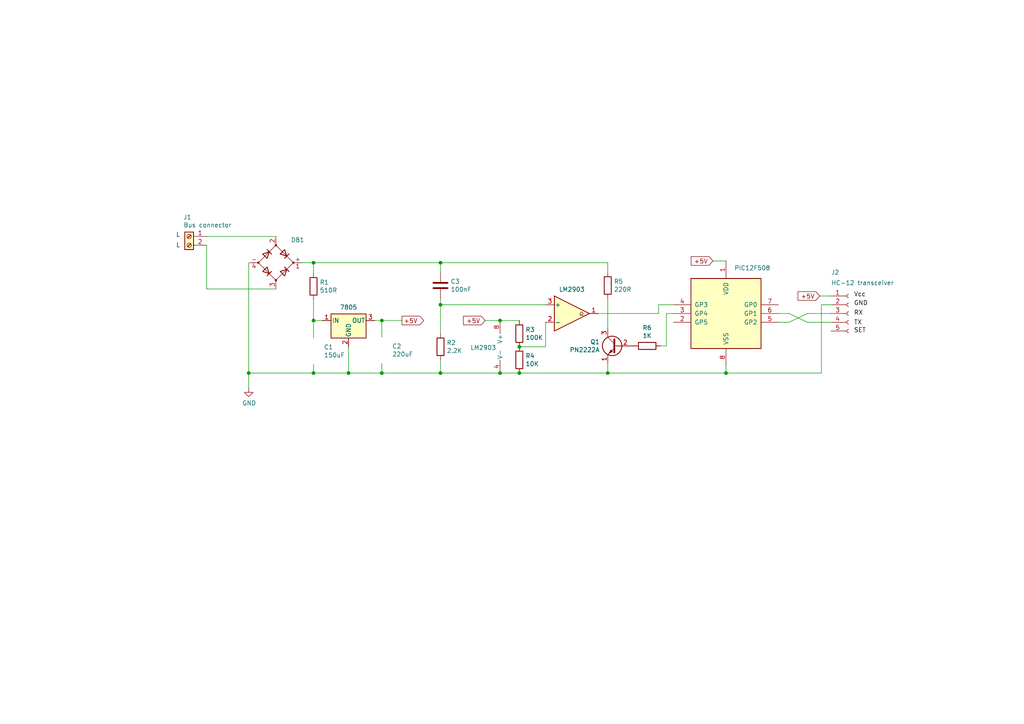
<source format=kicad_sch>
(kicad_sch (version 20211123) (generator eeschema)
  (paper "A4")
  (lib_symbols
    (symbol "Comparator:LM2903" (pin_names (offset 0.127))
      (property "Reference" "U" (at 3.81 3.81 0))
      (property "Value" "LM2903" (at 6.35 -3.81 0))
      (symbol "LM2903_1_1"
        (polyline (pts (xy -5.08 5.08) (xy 5.08 0) (xy -5.08 -5.08) (xy -5.08 5.08)) (stroke (width 0.254)) (fill (type background)))
        (polyline (pts (xy 3.302 -0.508) (xy 2.794 -0.508) (xy 3.302 0) (xy 2.794 0.508) (xy 2.286 0) (xy 2.794 -0.508) (xy 2.286 -0.508)) (stroke (width 0.127)))
        (pin open_collector line (at 7.62 0 180) (length 2.54) (name "~") (number "1"))
        (pin input line (at -7.62 -2.54 0) (length 2.54) (name "-") (number "2"))
        (pin input line (at -7.62 2.54 0) (length 2.54) (name "+") (number "3"))
      )
      (symbol "LM2903_2_1"
        (polyline (pts (xy -5.08 5.08) (xy 5.08 0) (xy -5.08 -5.08) (xy -5.08 5.08)) (stroke (width 0.254)) (fill (type background)))
        (polyline (pts (xy 3.302 -0.508) (xy 2.794 -0.508) (xy 3.302 0) (xy 2.794 0.508) (xy 2.286 0) (xy 2.794 -0.508) (xy 2.286 -0.508)) (stroke (width 0.127)))
        (pin input line (at -7.62 2.54 0) (length 2.54) (name "+") (number "5"))
        (pin input line (at -7.62 -2.54 0) (length 2.54) (name "_") (number "6"))
        (pin open_collector line (at 7.62 0 180) (length 2.54) (name "~") (number "7"))
      )
      (symbol "LM2903_3_1"
        (pin power_in line (at -2.54 -7.62 90) (length 3.81) (name "V-") (number "4"))
        (pin power_in line (at -2.54 7.62 270) (length 3.81) (name "V+") (number "8"))
      )
    )
    (symbol "Connector:Conn_01x05_Female" (pin_names (offset 1.016) hide)
      (property "Reference" "J" (at 0 7.62 0))
      (property "Value" "Conn_01x05_Female" (at 0 -7.62 0))
      (symbol "Conn_01x05_Female_1_1"
        (arc (start 0 -4.572) (mid -0.508 -5.08) (end 0 -5.588) (stroke (width 0.1524)))
        (arc (start 0 -2.032) (mid -0.508 -2.54) (end 0 -3.048) (stroke (width 0.1524)))
        (polyline (pts (xy -1.27 -5.08) (xy -0.508 -5.08)) (stroke (width 0.1524)))
        (polyline (pts (xy -1.27 -2.54) (xy -0.508 -2.54)) (stroke (width 0.1524)))
        (polyline (pts (xy -1.27 0) (xy -0.508 0)) (stroke (width 0.1524)))
        (polyline (pts (xy -1.27 2.54) (xy -0.508 2.54)) (stroke (width 0.1524)))
        (polyline (pts (xy -1.27 5.08) (xy -0.508 5.08)) (stroke (width 0.1524)))
        (arc (start 0 0.508) (mid -0.508 0) (end 0 -0.508) (stroke (width 0.1524)))
        (arc (start 0 3.048) (mid -0.508 2.54) (end 0 2.032) (stroke (width 0.1524)))
        (arc (start 0 5.588) (mid -0.508 5.08) (end 0 4.572) (stroke (width 0.1524)))
        (pin passive line (at -5.08 5.08 0) (length 3.81) (name "Pin_1") (number "1"))
        (pin passive line (at -5.08 2.54 0) (length 3.81) (name "Pin_2") (number "2"))
        (pin passive line (at -5.08 0 0) (length 3.81) (name "Pin_3") (number "3"))
        (pin passive line (at -5.08 -2.54 0) (length 3.81) (name "Pin_4") (number "4"))
        (pin passive line (at -5.08 -5.08 0) (length 3.81) (name "Pin_5") (number "5"))
      )
    )
    (symbol "Connector:Screw_Terminal_01x02" (pin_names (offset 1.016) hide)
      (property "Reference" "J" (at 0 2.54 0))
      (property "Value" "Screw_Terminal_01x02" (at 0 -5.08 0))
      (symbol "Screw_Terminal_01x02_1_1"
        (rectangle (start -1.27 1.27) (end 1.27 -3.81) (stroke (width 0.254)) (fill (type background)))
        (circle (center 0 -2.54) (radius 0.635) (stroke (width 0.1524)))
        (polyline (pts (xy -0.5334 -2.2098) (xy 0.3302 -3.048)) (stroke (width 0.1524)))
        (polyline (pts (xy -0.5334 0.3302) (xy 0.3302 -0.508)) (stroke (width 0.1524)))
        (polyline (pts (xy -0.3556 -2.032) (xy 0.508 -2.8702)) (stroke (width 0.1524)))
        (polyline (pts (xy -0.3556 0.508) (xy 0.508 -0.3302)) (stroke (width 0.1524)))
        (circle (center 0 0) (radius 0.635) (stroke (width 0.1524)))
        (pin passive line (at -5.08 0 0) (length 3.81) (name "Pin_1") (number "1"))
        (pin passive line (at -5.08 -2.54 0) (length 3.81) (name "Pin_2") (number "2"))
      )
    )
    (symbol "Device:C" (pin_numbers hide) (pin_names (offset 0.254))
      (property "Reference" "C" (at 0.635 2.54 0))
      (property "Value" "C" (at 0.635 -2.54 0))
      (symbol "C_0_1"
        (polyline (pts (xy -2.032 -0.762) (xy 2.032 -0.762)) (stroke (width 0.508)))
        (polyline (pts (xy -2.032 0.762) (xy 2.032 0.762)) (stroke (width 0.508)))
      )
      (symbol "C_1_1"
        (pin passive line (at 0 3.81 270) (length 2.794) (name "~") (number "1"))
        (pin passive line (at 0 -3.81 90) (length 2.794) (name "~") (number "2"))
      )
    )
    (symbol "Device:D_Bridge_+AA-" (pin_names (offset 0))
      (property "Reference" "D" (at 2.54 6.985 0))
      (property "Value" "D_Bridge_+AA-" (at 2.54 5.08 0))
      (symbol "D_Bridge_+AA-_0_1"
        (circle (center -5.08 0) (radius 0.254) (fill (type outline)))
        (circle (center 0 -5.08) (radius 0.254) (fill (type outline)))
        (polyline (pts (xy -2.54 3.81) (xy -1.27 2.54)) (stroke (width 0.254)))
        (polyline (pts (xy -1.27 -2.54) (xy -2.54 -3.81)) (stroke (width 0.254)))
        (polyline (pts (xy 2.54 -1.27) (xy 3.81 -2.54)) (stroke (width 0.254)))
        (polyline (pts (xy 2.54 1.27) (xy 3.81 2.54)) (stroke (width 0.254)))
        (polyline (pts (xy -3.81 2.54) (xy -2.54 1.27) (xy -1.905 3.175) (xy -3.81 2.54)) (stroke (width 0.254)))
        (polyline (pts (xy -2.54 -1.27) (xy -3.81 -2.54) (xy -1.905 -3.175) (xy -2.54 -1.27)) (stroke (width 0.254)))
        (polyline (pts (xy 1.27 2.54) (xy 2.54 3.81) (xy 3.175 1.905) (xy 1.27 2.54)) (stroke (width 0.254)))
        (polyline (pts (xy 3.175 -1.905) (xy 1.27 -2.54) (xy 2.54 -3.81) (xy 3.175 -1.905)) (stroke (width 0.254)))
        (polyline (pts (xy -5.08 0) (xy 0 -5.08) (xy 5.08 0) (xy 0 5.08) (xy -5.08 0)))
        (circle (center 0 5.08) (radius 0.254) (fill (type outline)))
        (circle (center 5.08 0) (radius 0.254) (fill (type outline)))
      )
      (symbol "D_Bridge_+AA-_1_1"
        (pin passive line (at 7.62 0 180) (length 2.54) (name "+") (number "1"))
        (pin passive line (at 0 7.62 270) (length 2.54) (name "~") (number "2"))
        (pin passive line (at 0 -7.62 90) (length 2.54) (name "~") (number "3"))
        (pin passive line (at -7.62 0 0) (length 2.54) (name "-") (number "4"))
      )
    )
    (symbol "Device:R" (pin_numbers hide) (pin_names (offset 0))
      (property "Reference" "R" (at 2.032 0 90))
      (property "Value" "R" (at 0 0 90))
      (symbol "R_0_1"
        (rectangle (start -1.016 -2.54) (end 1.016 2.54) (stroke (width 0.254)))
      )
      (symbol "R_1_1"
        (pin passive line (at 0 3.81 270) (length 1.27) (name "~") (number "1"))
        (pin passive line (at 0 -3.81 90) (length 1.27) (name "~") (number "2"))
      )
    )
    (symbol "MCU_Microchip_PIC12:PIC12C508-IP" (pin_names (offset 1.016))
      (property "Reference" "U" (at 1.27 13.97 0))
      (property "Value" "PIC12C508-IP" (at 1.27 11.43 0))
      (symbol "PIC12C508-IP_0_1"
        (rectangle (start 10.16 -10.16) (end -10.16 10.16) (stroke (width 0.254)) (fill (type background)))
      )
      (symbol "PIC12C508-IP_1_1"
        (pin power_in line (at 0 15.24 270) (length 5.08) (name "VDD") (number "1"))
        (pin bidirectional line (at 15.24 -2.54 180) (length 5.08) (name "GP5") (number "2"))
        (pin bidirectional line (at 15.24 0 180) (length 5.08) (name "GP4") (number "3"))
        (pin input line (at 15.24 2.54 180) (length 5.08) (name "GP3") (number "4"))
        (pin bidirectional line (at -15.24 -2.54 0) (length 5.08) (name "GP2") (number "5"))
        (pin bidirectional line (at -15.24 0 0) (length 5.08) (name "GP1") (number "6"))
        (pin bidirectional line (at -15.24 2.54 0) (length 5.08) (name "GP0") (number "7"))
        (pin power_in line (at 0 -15.24 90) (length 5.08) (name "VSS") (number "8"))
      )
    )
    (symbol "Regulator_Linear:L7805" (pin_names (offset 0.254))
      (property "Reference" "U" (at -3.81 3.175 0))
      (property "Value" "L7805" (at 0 3.175 0))
      (symbol "L7805_0_1"
        (rectangle (start -5.08 1.905) (end 5.08 -5.08) (stroke (width 0.254)) (fill (type background)))
      )
      (symbol "L7805_1_1"
        (pin power_in line (at -7.62 0 0) (length 2.54) (name "IN") (number "1"))
        (pin power_in line (at 0 -7.62 90) (length 2.54) (name "GND") (number "2"))
        (pin power_out line (at 7.62 0 180) (length 2.54) (name "OUT") (number "3"))
      )
    )
    (symbol "Transistor_BJT:PN2222A" (pin_names (offset 0) hide)
      (property "Reference" "Q" (at 5.08 1.905 0))
      (property "Value" "PN2222A" (at 5.08 0 0))
      (symbol "PN2222A_0_1"
        (polyline (pts (xy 0 0) (xy 0.635 0)))
        (polyline (pts (xy 2.54 -2.54) (xy 0.635 -0.635)))
        (polyline (pts (xy 2.54 2.54) (xy 0.635 0.635)))
        (polyline (pts (xy 0.635 1.905) (xy 0.635 -1.905) (xy 0.635 -1.905)) (stroke (width 0.508)))
        (polyline (pts (xy 2.413 -2.413) (xy 1.905 -1.905) (xy 1.905 -1.905)))
        (polyline (pts (xy 1.143 -1.651) (xy 1.651 -1.143) (xy 2.159 -2.159) (xy 1.143 -1.651) (xy 1.143 -1.651)) (fill (type outline)))
        (circle (center 1.27 0) (radius 2.8194) (stroke (width 0.254)))
      )
      (symbol "PN2222A_1_1"
        (pin passive line (at 2.54 -5.08 90) (length 2.54) (name "E") (number "1"))
        (pin input line (at -5.08 0 0) (length 5.08) (name "B") (number "2"))
        (pin passive line (at 2.54 5.08 270) (length 2.54) (name "C") (number "3"))
      )
    )
    (symbol "power:GND" (power) (pin_names (offset 0))
      (property "Value" "GND" (at 0 -3.81 0))
      (symbol "GND_0_1"
        (polyline (pts (xy 0 0) (xy 0 -1.27) (xy 1.27 -1.27) (xy 0 -2.54) (xy -1.27 -1.27) (xy 0 -1.27)))
      )
      (symbol "GND_1_1"
        (pin power_in line (at 0 0 270) (length 0) hide (name "GND") (number "1"))
      )
    )
  )
  (junction (at 150.622 108.204))
  (junction (at 110.744 92.964))
  (junction (at 127.762 88.392))
  (junction (at 145.034 92.964))
  (junction (at 90.932 76.2))
  (junction (at 90.932 92.964))
  (junction (at 72.136 108.204))
  (junction (at 210.566 108.204))
  (junction (at 150.622 100.584))
  (junction (at 127.762 108.204))
  (junction (at 90.932 108.204))
  (junction (at 101.092 108.204))
  (junction (at 127.762 76.2))
  (junction (at 176.276 108.204))
  (junction (at 145.034 108.204))
  (junction (at 110.744 108.204))
  (wire (pts (xy 225.806 90.932) (xy 228.854 90.932)))
  (wire (pts (xy 90.932 92.964) (xy 90.932 98.044)))
  (wire (pts (xy 225.806 93.472) (xy 228.854 93.472)))
  (wire (pts (xy 210.566 108.204) (xy 176.276 108.204)))
  (wire (pts (xy 87.63 76.2) (xy 90.932 76.2)))
  (wire (pts (xy 72.136 112.522) (xy 72.136 108.204)))
  (wire (pts (xy 110.744 108.204) (xy 127.762 108.204)))
  (wire (pts (xy 238.252 108.204) (xy 210.566 108.204)))
  (wire (pts (xy 210.566 106.172) (xy 210.566 108.204)))
  (wire (pts (xy 101.092 100.584) (xy 101.092 108.204)))
  (wire (pts (xy 158.242 88.392) (xy 127.762 88.392)))
  (wire (pts (xy 80.01 83.82) (xy 59.944 83.82)))
  (wire (pts (xy 90.932 108.204) (xy 101.092 108.204)))
  (wire (pts (xy 158.242 100.584) (xy 158.242 93.472)))
  (wire (pts (xy 90.932 86.868) (xy 90.932 92.964)))
  (wire (pts (xy 193.294 90.932) (xy 193.294 100.33)))
  (wire (pts (xy 150.622 108.204) (xy 145.034 108.204)))
  (wire (pts (xy 241.046 88.392) (xy 238.252 88.392)))
  (wire (pts (xy 191.008 88.392) (xy 195.326 88.392)))
  (wire (pts (xy 176.276 108.204) (xy 150.622 108.204)))
  (wire (pts (xy 127.762 104.394) (xy 127.762 108.204)))
  (wire (pts (xy 72.136 108.204) (xy 90.932 108.204)))
  (wire (pts (xy 110.744 97.79) (xy 110.744 92.964)))
  (wire (pts (xy 59.944 83.82) (xy 59.944 71.12)))
  (wire (pts (xy 110.744 108.204) (xy 101.092 108.204)))
  (wire (pts (xy 176.276 76.2) (xy 176.276 78.994)))
  (wire (pts (xy 110.744 92.964) (xy 116.586 92.964)))
  (wire (pts (xy 145.034 108.204) (xy 127.762 108.204)))
  (wire (pts (xy 173.482 90.932) (xy 191.008 90.932)))
  (wire (pts (xy 150.622 92.964) (xy 145.034 92.964)))
  (wire (pts (xy 93.472 92.964) (xy 90.932 92.964)))
  (wire (pts (xy 234.188 90.932) (xy 241.046 90.932)))
  (wire (pts (xy 176.276 105.41) (xy 176.276 108.204)))
  (wire (pts (xy 72.136 76.2) (xy 72.136 108.204)))
  (wire (pts (xy 191.516 100.33) (xy 193.294 100.33)))
  (wire (pts (xy 127.762 76.2) (xy 176.276 76.2)))
  (wire (pts (xy 150.622 100.584) (xy 158.242 100.584)))
  (wire (pts (xy 238.252 88.392) (xy 238.252 108.204)))
  (wire (pts (xy 228.854 93.472) (xy 234.188 90.932)))
  (wire (pts (xy 176.276 86.614) (xy 176.276 95.25)))
  (wire (pts (xy 210.566 75.692) (xy 206.756 75.692)))
  (wire (pts (xy 90.932 76.2) (xy 127.762 76.2)))
  (wire (pts (xy 110.744 105.41) (xy 110.744 108.204)))
  (wire (pts (xy 193.294 90.932) (xy 195.326 90.932)))
  (wire (pts (xy 127.762 78.994) (xy 127.762 76.2)))
  (wire (pts (xy 237.744 85.852) (xy 241.046 85.852)))
  (wire (pts (xy 228.854 90.932) (xy 234.188 93.472)))
  (wire (pts (xy 234.188 93.472) (xy 241.046 93.472)))
  (wire (pts (xy 80.01 68.58) (xy 59.944 68.58)))
  (wire (pts (xy 127.762 88.392) (xy 127.762 96.774)))
  (wire (pts (xy 90.932 108.204) (xy 90.932 105.664)))
  (wire (pts (xy 191.008 90.932) (xy 191.008 88.392)))
  (wire (pts (xy 108.712 92.964) (xy 110.744 92.964)))
  (wire (pts (xy 90.932 76.2) (xy 90.932 79.248)))
  (wire (pts (xy 145.034 92.964) (xy 140.716 92.964)))
  (wire (pts (xy 127.762 86.614) (xy 127.762 88.392)))
  (label "Vcc" (at 247.65 86.36 0))
  (label "L" (at 51.054 69.088 0))
  (label "GND" (at 247.65 88.9 0))
  (label "SET" (at 247.65 96.774 0))
  (label "L" (at 51.054 72.136 0))
  (label "TX" (at 247.65 94.488 0))
  (label "RX" (at 247.65 91.694 0))
  (global_label "+5V" (shape input) (at 206.756 75.692 180) (property "Intersheet References" "${INTERSHEET_REFS}" (effects hide)))
  (global_label "+5V" (shape input) (at 140.716 92.964 180) (property "Intersheet References" "${INTERSHEET_REFS}" (effects hide)))
  (global_label "+5V" (shape input) (at 237.744 85.852 180) (property "Intersheet References" "${INTERSHEET_REFS}" (effects hide)))
  (global_label "+5V" (shape output) (at 116.586 92.964 0) (property "Intersheet References" "${INTERSHEET_REFS}" (effects hide)))
  (symbol (lib_id "MCU_Microchip_PIC12:PIC12C508-IP") (at 210.566 90.932 0) (mirror y) (unit 1)
    (property "Reference" "U3" (effects hide))
    (property "Value" "PIC12F508" (at 218.186 77.724 0))
    (property "Footprint" "Package_DIP:DIP-8_W7.62mm" (effects hide))
    (property "Datasheet" "http://www.ti.com/lit/ds/symlink/lm393.pdf" (effects hide))
  )
  (symbol (lib_id "Regulator_Linear:L7805") (at 101.092 92.964 0) (unit 1)
    (property "Reference" "U1" (effects hide))
    (property "Value" "7805" (at 101.092 89.1286 0))
    (property "Footprint" "Package_TO_SOT_THT:TO-220F-3_Horizontal_TabDown" (effects hide))
    (property "Datasheet" "http://www.ti.com/lit/ds/symlink/lm393.pdf" (effects hide))
  )
  (symbol (lib_id "Comparator:LM2903") (at 165.862 90.932 0) (unit 1)
    (property "Reference" "U2" (effects hide))
    (property "Value" "LM2903" (at 165.862 83.947 0))
    (property "Footprint" "Package_DIP:DIP-8_W7.62mm_Socket" (effects hide))
    (property "Datasheet" "http://www.ti.com/lit/ds/symlink/lm393.pdf" (effects hide))
  )
  (symbol (lib_id "Device:R") (at 90.932 83.058 0) (unit 1)
    (property "Reference" "R1" (at 92.71 81.8896 0) (effects (justify left)))
    (property "Value" "510R" (at 92.71 84.201 0) (effects (justify left)))
    (property "Footprint" "Resistor_THT:R_Axial_DIN0204_L3.6mm_D1.6mm_P5.08mm_Horizontal" (effects hide))
  )
  (symbol (lib_id "Device:D_Bridge_+AA-") (at 80.01 76.2 0) (unit 1)
    (property "Reference" "DB1" (at 84.328 69.596 0) (effects (justify left)))
    (property "Value" "D_Bridge_+AA-" (effects hide))
    (property "Footprint" "Diode_THT:Diode_Bridge_32.0x5.6x17.0mm_P10.0mm_P7.5mm" (effects hide))
  )
  (symbol (lib_id "Comparator:LM2903") (at 147.574 100.584 0) (unit 3)
    (property "Reference" "U2" (effects hide))
    (property "Value" "LM2903" (at 136.398 100.838 0) (effects (justify left)))
    (property "Footprint" "Package_DIP:DIP-8_W7.62mm_Socket" (effects hide))
    (property "Datasheet" "http://www.ti.com/lit/ds/symlink/lm393.pdf" (effects hide))
  )
  (symbol (lib_id "Connector:Conn_01x05_Female") (at 246.126 90.932 0) (unit 1)
    (property "Reference" "J2" (at 241.046 78.994 0) (effects (justify left)))
    (property "Value" "HC-12 transceiver" (at 241.046 82.042 0) (effects (justify left)))
    (property "Footprint" "Connector_PinSocket_2.54mm:PinSocket_1x05_P2.54mm_Vertical" (effects hide))
  )
  (symbol (lib_id "Device:CP") (at 90.932 101.854 0) (unit 1)
    (property "Reference" "C1" (at 93.9292 100.6856 0) (effects (justify left)))
    (property "Value" "150uF" (at 93.9292 102.997 0) (effects (justify left)))
    (property "Footprint" "Capacitor_THT:CP_Radial_D6.3mm_P2.50mm" (effects hide))
  )
  (symbol (lib_id "Device:C") (at 127.762 82.804 0) (unit 1)
    (property "Reference" "C3" (at 130.683 81.6356 0) (effects (justify left)))
    (property "Value" "100nF" (at 130.683 83.947 0) (effects (justify left)))
    (property "Footprint" "Capacitor_THT:C_Axial_L3.8mm_D2.6mm_P7.50mm_Horizontal" (effects hide))
  )
  (symbol (lib_id "Device:R") (at 127.762 100.584 0) (unit 1)
    (property "Reference" "R2" (at 129.54 99.4156 0) (effects (justify left)))
    (property "Value" "2.2K" (at 129.54 101.727 0) (effects (justify left)))
    (property "Footprint" "Resistor_THT:R_Axial_DIN0204_L3.6mm_D1.6mm_P5.08mm_Horizontal" (effects hide))
  )
  (symbol (lib_id "Device:R") (at 150.622 104.394 0) (unit 1)
    (property "Reference" "R4" (at 152.4 103.2256 0) (effects (justify left)))
    (property "Value" "10K" (at 152.4 105.537 0) (effects (justify left)))
    (property "Footprint" "Resistor_THT:R_Axial_DIN0204_L3.6mm_D1.6mm_P5.08mm_Horizontal" (effects hide))
  )
  (symbol (lib_id "Device:R") (at 150.622 96.774 0) (unit 1)
    (property "Reference" "R3" (at 152.4 95.6056 0) (effects (justify left)))
    (property "Value" "100K" (at 152.4 97.917 0) (effects (justify left)))
    (property "Footprint" "Resistor_THT:R_Axial_DIN0204_L3.6mm_D1.6mm_P5.08mm_Horizontal" (effects hide))
  )
  (symbol (lib_id "power:GND") (at 72.136 112.522 0) (unit 1)
    (property "Reference" "#PWR0101" (effects hide))
    (property "Value" "GND" (at 72.263 116.9162 0))
  )
  (symbol (lib_id "Transistor_BJT:PN2222A") (at 178.816 100.33 0) (mirror y) (unit 1)
    (property "Reference" "Q1" (at 173.9646 99.1616 0) (effects (justify left)))
    (property "Value" "PN2222A" (at 173.9646 101.473 0) (effects (justify left)))
    (property "Footprint" "Package_TO_SOT_THT:TO-92_Inline" (effects hide))
    (property "Datasheet" "https://www.onsemi.com/pub/Collateral/PN2222-D.PDF" (effects hide))
  )
  (symbol (lib_id "Connector:Screw_Terminal_01x02") (at 54.864 68.58 0) (mirror y) (unit 1)
    (property "Reference" "J1" (at 54.356 62.992 0))
    (property "Value" "Bus connector" (at 60.198 65.278 0))
    (property "Footprint" "Connector_PinSocket_2.54mm:PinSocket_1x02_P2.54mm_Vertical" (effects hide))
  )
  (symbol (lib_id "Device:R") (at 187.706 100.33 270) (unit 1)
    (property "Reference" "R6" (at 187.706 95.0722 90))
    (property "Value" "1K" (at 187.706 97.3836 90))
    (property "Footprint" "Resistor_THT:R_Axial_DIN0204_L3.6mm_D1.6mm_P5.08mm_Horizontal" (effects hide))
  )
  (symbol (lib_id "Device:R") (at 176.276 82.804 0) (unit 1)
    (property "Reference" "R5" (at 178.054 81.6356 0) (effects (justify left)))
    (property "Value" "220R" (at 178.054 83.947 0) (effects (justify left)))
    (property "Footprint" "Resistor_THT:R_Axial_DIN0204_L3.6mm_D1.6mm_P5.08mm_Horizontal" (effects hide))
  )
  (symbol (lib_id "Device:CP") (at 110.744 101.6 0) (unit 1)
    (property "Reference" "C2" (at 113.7412 100.4316 0) (effects (justify left)))
    (property "Value" "220uF" (at 113.7412 102.743 0) (effects (justify left)))
  )
)
</source>
